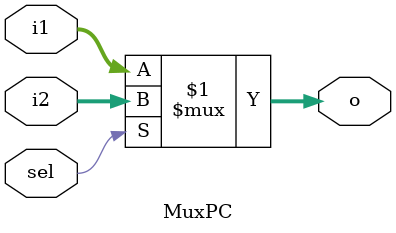
<source format=v>
module MuxPC (i1,i2,sel,o);
    input [15:0] i1,i2;
    input sel;
    output [15:0] o;

    assign o = (sel) ? i2 : i1 ;        //0上 1下
    
endmodule
</source>
